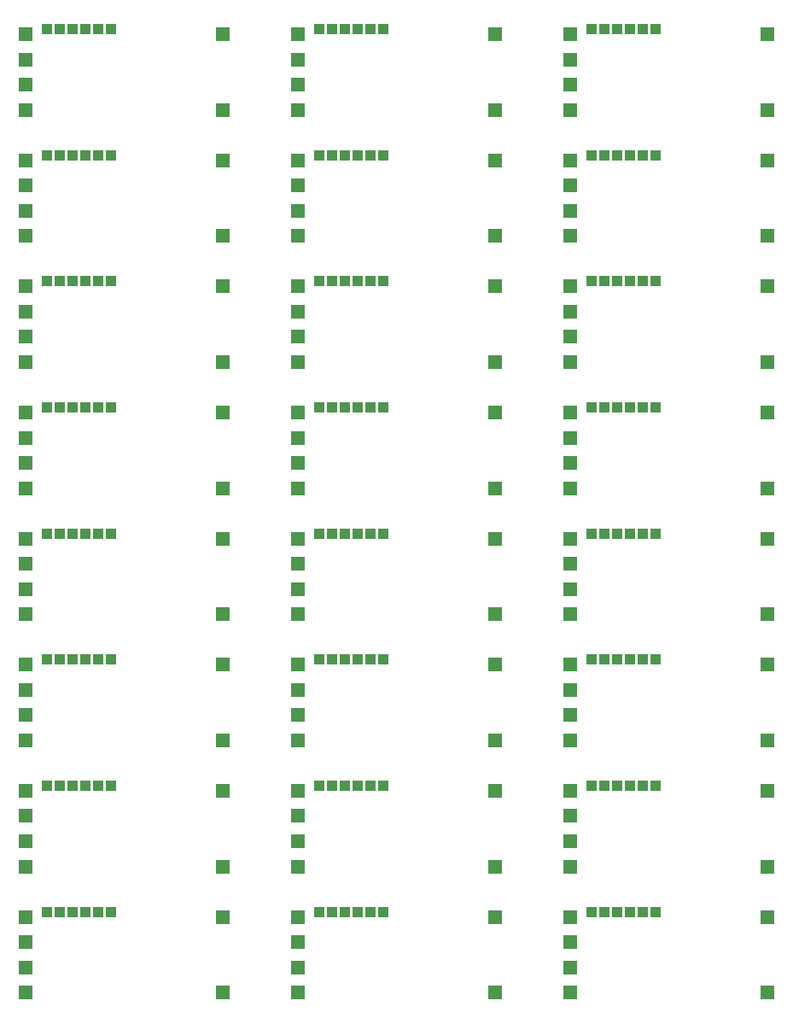
<source format=gbs>
%TF.GenerationSoftware,KiCad,Pcbnew,(5.1.6)-1*%
%TF.CreationDate,2020-09-22T23:51:07+09:00*%
%TF.ProjectId,motordecoder_simple2_rev2_panelize,6d6f746f-7264-4656-936f-6465725f7369,rev?*%
%TF.SameCoordinates,PX459e440PY38444c0*%
%TF.FileFunction,Soldermask,Bot*%
%TF.FilePolarity,Negative*%
%FSLAX46Y46*%
G04 Gerber Fmt 4.6, Leading zero omitted, Abs format (unit mm)*
G04 Created by KiCad (PCBNEW (5.1.6)-1) date 2020-09-22 23:51:07*
%MOMM*%
%LPD*%
G01*
G04 APERTURE LIST*
%ADD10R,1.400000X1.400000*%
%ADD11R,1.050000X1.050000*%
G04 APERTURE END LIST*
D10*
%TO.C,P3*%
X80750000Y-88750000D03*
%TD*%
%TO.C,P3*%
X53750000Y-88750000D03*
%TD*%
%TO.C,P3*%
X26750000Y-88750000D03*
%TD*%
%TO.C,P3*%
X80750000Y-76250000D03*
%TD*%
%TO.C,P3*%
X53750000Y-76250000D03*
%TD*%
%TO.C,P3*%
X26750000Y-76250000D03*
%TD*%
%TO.C,P3*%
X80750000Y-63750000D03*
%TD*%
%TO.C,P3*%
X53750000Y-63750000D03*
%TD*%
%TO.C,P3*%
X26750000Y-63750000D03*
%TD*%
%TO.C,P3*%
X80750000Y-51250000D03*
%TD*%
%TO.C,P3*%
X53750000Y-51250000D03*
%TD*%
%TO.C,P3*%
X26750000Y-51250000D03*
%TD*%
%TO.C,P3*%
X80750000Y-38750000D03*
%TD*%
%TO.C,P3*%
X53750000Y-38750000D03*
%TD*%
%TO.C,P3*%
X26750000Y-38750000D03*
%TD*%
%TO.C,P3*%
X80750000Y-26250000D03*
%TD*%
%TO.C,P3*%
X53750000Y-26250000D03*
%TD*%
%TO.C,P3*%
X26750000Y-26250000D03*
%TD*%
%TO.C,P3*%
X80750000Y-13750000D03*
%TD*%
%TO.C,P3*%
X53750000Y-13750000D03*
%TD*%
%TO.C,P3*%
X26750000Y-13750000D03*
%TD*%
%TO.C,P3*%
X80750000Y-1250000D03*
%TD*%
%TO.C,P3*%
X53750000Y-1250000D03*
%TD*%
%TO.C,P6*%
X61250000Y-88750000D03*
%TD*%
%TO.C,P6*%
X34250000Y-88750000D03*
%TD*%
%TO.C,P6*%
X7250000Y-88750000D03*
%TD*%
%TO.C,P6*%
X61250000Y-76250000D03*
%TD*%
%TO.C,P6*%
X34250000Y-76250000D03*
%TD*%
%TO.C,P6*%
X7250000Y-76250000D03*
%TD*%
%TO.C,P6*%
X61250000Y-63750000D03*
%TD*%
%TO.C,P6*%
X34250000Y-63750000D03*
%TD*%
%TO.C,P6*%
X7250000Y-63750000D03*
%TD*%
%TO.C,P6*%
X61250000Y-51250000D03*
%TD*%
%TO.C,P6*%
X34250000Y-51250000D03*
%TD*%
%TO.C,P6*%
X7250000Y-51250000D03*
%TD*%
%TO.C,P6*%
X61250000Y-38750000D03*
%TD*%
%TO.C,P6*%
X34250000Y-38750000D03*
%TD*%
%TO.C,P6*%
X7250000Y-38750000D03*
%TD*%
%TO.C,P6*%
X61250000Y-26250000D03*
%TD*%
%TO.C,P6*%
X34250000Y-26250000D03*
%TD*%
%TO.C,P6*%
X7250000Y-26250000D03*
%TD*%
%TO.C,P6*%
X61250000Y-13750000D03*
%TD*%
%TO.C,P6*%
X34250000Y-13750000D03*
%TD*%
%TO.C,P6*%
X7250000Y-13750000D03*
%TD*%
%TO.C,P6*%
X61250000Y-1250000D03*
%TD*%
%TO.C,P6*%
X34250000Y-1250000D03*
%TD*%
%TO.C,P4*%
X80750000Y-96250000D03*
%TD*%
%TO.C,P4*%
X53750000Y-96250000D03*
%TD*%
%TO.C,P4*%
X26750000Y-96250000D03*
%TD*%
%TO.C,P4*%
X80750000Y-83750000D03*
%TD*%
%TO.C,P4*%
X53750000Y-83750000D03*
%TD*%
%TO.C,P4*%
X26750000Y-83750000D03*
%TD*%
%TO.C,P4*%
X80750000Y-71250000D03*
%TD*%
%TO.C,P4*%
X53750000Y-71250000D03*
%TD*%
%TO.C,P4*%
X26750000Y-71250000D03*
%TD*%
%TO.C,P4*%
X80750000Y-58750000D03*
%TD*%
%TO.C,P4*%
X53750000Y-58750000D03*
%TD*%
%TO.C,P4*%
X26750000Y-58750000D03*
%TD*%
%TO.C,P4*%
X80750000Y-46250000D03*
%TD*%
%TO.C,P4*%
X53750000Y-46250000D03*
%TD*%
%TO.C,P4*%
X26750000Y-46250000D03*
%TD*%
%TO.C,P4*%
X80750000Y-33750000D03*
%TD*%
%TO.C,P4*%
X53750000Y-33750000D03*
%TD*%
%TO.C,P4*%
X26750000Y-33750000D03*
%TD*%
%TO.C,P4*%
X80750000Y-21250000D03*
%TD*%
%TO.C,P4*%
X53750000Y-21250000D03*
%TD*%
%TO.C,P4*%
X26750000Y-21250000D03*
%TD*%
%TO.C,P4*%
X80750000Y-8750000D03*
%TD*%
%TO.C,P4*%
X53750000Y-8750000D03*
%TD*%
%TO.C,P5*%
X61250000Y-96250000D03*
%TD*%
%TO.C,P5*%
X34250000Y-96250000D03*
%TD*%
%TO.C,P5*%
X7250000Y-96250000D03*
%TD*%
%TO.C,P5*%
X61250000Y-83750000D03*
%TD*%
%TO.C,P5*%
X34250000Y-83750000D03*
%TD*%
%TO.C,P5*%
X7250000Y-83750000D03*
%TD*%
%TO.C,P5*%
X61250000Y-71250000D03*
%TD*%
%TO.C,P5*%
X34250000Y-71250000D03*
%TD*%
%TO.C,P5*%
X7250000Y-71250000D03*
%TD*%
%TO.C,P5*%
X61250000Y-58750000D03*
%TD*%
%TO.C,P5*%
X34250000Y-58750000D03*
%TD*%
%TO.C,P5*%
X7250000Y-58750000D03*
%TD*%
%TO.C,P5*%
X61250000Y-46250000D03*
%TD*%
%TO.C,P5*%
X34250000Y-46250000D03*
%TD*%
%TO.C,P5*%
X7250000Y-46250000D03*
%TD*%
%TO.C,P5*%
X61250000Y-33750000D03*
%TD*%
%TO.C,P5*%
X34250000Y-33750000D03*
%TD*%
%TO.C,P5*%
X7250000Y-33750000D03*
%TD*%
%TO.C,P5*%
X61250000Y-21250000D03*
%TD*%
%TO.C,P5*%
X34250000Y-21250000D03*
%TD*%
%TO.C,P5*%
X7250000Y-21250000D03*
%TD*%
%TO.C,P5*%
X61250000Y-8750000D03*
%TD*%
%TO.C,P5*%
X34250000Y-8750000D03*
%TD*%
%TO.C,P1*%
X61250000Y-91250000D03*
%TD*%
%TO.C,P1*%
X34250000Y-91250000D03*
%TD*%
%TO.C,P1*%
X7250000Y-91250000D03*
%TD*%
%TO.C,P1*%
X61250000Y-78750000D03*
%TD*%
%TO.C,P1*%
X34250000Y-78750000D03*
%TD*%
%TO.C,P1*%
X7250000Y-78750000D03*
%TD*%
%TO.C,P1*%
X61250000Y-66250000D03*
%TD*%
%TO.C,P1*%
X34250000Y-66250000D03*
%TD*%
%TO.C,P1*%
X7250000Y-66250000D03*
%TD*%
%TO.C,P1*%
X61250000Y-53750000D03*
%TD*%
%TO.C,P1*%
X34250000Y-53750000D03*
%TD*%
%TO.C,P1*%
X7250000Y-53750000D03*
%TD*%
%TO.C,P1*%
X61250000Y-41250000D03*
%TD*%
%TO.C,P1*%
X34250000Y-41250000D03*
%TD*%
%TO.C,P1*%
X7250000Y-41250000D03*
%TD*%
%TO.C,P1*%
X61250000Y-28750000D03*
%TD*%
%TO.C,P1*%
X34250000Y-28750000D03*
%TD*%
%TO.C,P1*%
X7250000Y-28750000D03*
%TD*%
%TO.C,P1*%
X61250000Y-16250000D03*
%TD*%
%TO.C,P1*%
X34250000Y-16250000D03*
%TD*%
%TO.C,P1*%
X7250000Y-16250000D03*
%TD*%
%TO.C,P1*%
X61250000Y-3750000D03*
%TD*%
%TO.C,P1*%
X34250000Y-3750000D03*
%TD*%
D11*
%TO.C,P9*%
X63325000Y-88250000D03*
X64595000Y-88250000D03*
X65865000Y-88250000D03*
X67135000Y-88250000D03*
X68405000Y-88250000D03*
X69675000Y-88250000D03*
%TD*%
%TO.C,P9*%
X36325000Y-88250000D03*
X37595000Y-88250000D03*
X38865000Y-88250000D03*
X40135000Y-88250000D03*
X41405000Y-88250000D03*
X42675000Y-88250000D03*
%TD*%
%TO.C,P9*%
X9325000Y-88250000D03*
X10595000Y-88250000D03*
X11865000Y-88250000D03*
X13135000Y-88250000D03*
X14405000Y-88250000D03*
X15675000Y-88250000D03*
%TD*%
%TO.C,P9*%
X63325000Y-75750000D03*
X64595000Y-75750000D03*
X65865000Y-75750000D03*
X67135000Y-75750000D03*
X68405000Y-75750000D03*
X69675000Y-75750000D03*
%TD*%
%TO.C,P9*%
X36325000Y-75750000D03*
X37595000Y-75750000D03*
X38865000Y-75750000D03*
X40135000Y-75750000D03*
X41405000Y-75750000D03*
X42675000Y-75750000D03*
%TD*%
%TO.C,P9*%
X9325000Y-75750000D03*
X10595000Y-75750000D03*
X11865000Y-75750000D03*
X13135000Y-75750000D03*
X14405000Y-75750000D03*
X15675000Y-75750000D03*
%TD*%
%TO.C,P9*%
X63325000Y-63250000D03*
X64595000Y-63250000D03*
X65865000Y-63250000D03*
X67135000Y-63250000D03*
X68405000Y-63250000D03*
X69675000Y-63250000D03*
%TD*%
%TO.C,P9*%
X36325000Y-63250000D03*
X37595000Y-63250000D03*
X38865000Y-63250000D03*
X40135000Y-63250000D03*
X41405000Y-63250000D03*
X42675000Y-63250000D03*
%TD*%
%TO.C,P9*%
X9325000Y-63250000D03*
X10595000Y-63250000D03*
X11865000Y-63250000D03*
X13135000Y-63250000D03*
X14405000Y-63250000D03*
X15675000Y-63250000D03*
%TD*%
%TO.C,P9*%
X63325000Y-50750000D03*
X64595000Y-50750000D03*
X65865000Y-50750000D03*
X67135000Y-50750000D03*
X68405000Y-50750000D03*
X69675000Y-50750000D03*
%TD*%
%TO.C,P9*%
X36325000Y-50750000D03*
X37595000Y-50750000D03*
X38865000Y-50750000D03*
X40135000Y-50750000D03*
X41405000Y-50750000D03*
X42675000Y-50750000D03*
%TD*%
%TO.C,P9*%
X9325000Y-50750000D03*
X10595000Y-50750000D03*
X11865000Y-50750000D03*
X13135000Y-50750000D03*
X14405000Y-50750000D03*
X15675000Y-50750000D03*
%TD*%
%TO.C,P9*%
X63325000Y-38250000D03*
X64595000Y-38250000D03*
X65865000Y-38250000D03*
X67135000Y-38250000D03*
X68405000Y-38250000D03*
X69675000Y-38250000D03*
%TD*%
%TO.C,P9*%
X36325000Y-38250000D03*
X37595000Y-38250000D03*
X38865000Y-38250000D03*
X40135000Y-38250000D03*
X41405000Y-38250000D03*
X42675000Y-38250000D03*
%TD*%
%TO.C,P9*%
X9325000Y-38250000D03*
X10595000Y-38250000D03*
X11865000Y-38250000D03*
X13135000Y-38250000D03*
X14405000Y-38250000D03*
X15675000Y-38250000D03*
%TD*%
%TO.C,P9*%
X63325000Y-25750000D03*
X64595000Y-25750000D03*
X65865000Y-25750000D03*
X67135000Y-25750000D03*
X68405000Y-25750000D03*
X69675000Y-25750000D03*
%TD*%
%TO.C,P9*%
X36325000Y-25750000D03*
X37595000Y-25750000D03*
X38865000Y-25750000D03*
X40135000Y-25750000D03*
X41405000Y-25750000D03*
X42675000Y-25750000D03*
%TD*%
%TO.C,P9*%
X9325000Y-25750000D03*
X10595000Y-25750000D03*
X11865000Y-25750000D03*
X13135000Y-25750000D03*
X14405000Y-25750000D03*
X15675000Y-25750000D03*
%TD*%
%TO.C,P9*%
X63325000Y-13250000D03*
X64595000Y-13250000D03*
X65865000Y-13250000D03*
X67135000Y-13250000D03*
X68405000Y-13250000D03*
X69675000Y-13250000D03*
%TD*%
%TO.C,P9*%
X36325000Y-13250000D03*
X37595000Y-13250000D03*
X38865000Y-13250000D03*
X40135000Y-13250000D03*
X41405000Y-13250000D03*
X42675000Y-13250000D03*
%TD*%
%TO.C,P9*%
X9325000Y-13250000D03*
X10595000Y-13250000D03*
X11865000Y-13250000D03*
X13135000Y-13250000D03*
X14405000Y-13250000D03*
X15675000Y-13250000D03*
%TD*%
%TO.C,P9*%
X63325000Y-750000D03*
X64595000Y-750000D03*
X65865000Y-750000D03*
X67135000Y-750000D03*
X68405000Y-750000D03*
X69675000Y-750000D03*
%TD*%
%TO.C,P9*%
X36325000Y-750000D03*
X37595000Y-750000D03*
X38865000Y-750000D03*
X40135000Y-750000D03*
X41405000Y-750000D03*
X42675000Y-750000D03*
%TD*%
D10*
%TO.C,P2*%
X61250000Y-93750000D03*
%TD*%
%TO.C,P2*%
X34250000Y-93750000D03*
%TD*%
%TO.C,P2*%
X7250000Y-93750000D03*
%TD*%
%TO.C,P2*%
X61250000Y-81250000D03*
%TD*%
%TO.C,P2*%
X34250000Y-81250000D03*
%TD*%
%TO.C,P2*%
X7250000Y-81250000D03*
%TD*%
%TO.C,P2*%
X61250000Y-68750000D03*
%TD*%
%TO.C,P2*%
X34250000Y-68750000D03*
%TD*%
%TO.C,P2*%
X7250000Y-68750000D03*
%TD*%
%TO.C,P2*%
X61250000Y-56250000D03*
%TD*%
%TO.C,P2*%
X34250000Y-56250000D03*
%TD*%
%TO.C,P2*%
X7250000Y-56250000D03*
%TD*%
%TO.C,P2*%
X61250000Y-43750000D03*
%TD*%
%TO.C,P2*%
X34250000Y-43750000D03*
%TD*%
%TO.C,P2*%
X7250000Y-43750000D03*
%TD*%
%TO.C,P2*%
X61250000Y-31250000D03*
%TD*%
%TO.C,P2*%
X34250000Y-31250000D03*
%TD*%
%TO.C,P2*%
X7250000Y-31250000D03*
%TD*%
%TO.C,P2*%
X61250000Y-18750000D03*
%TD*%
%TO.C,P2*%
X34250000Y-18750000D03*
%TD*%
%TO.C,P2*%
X7250000Y-18750000D03*
%TD*%
%TO.C,P2*%
X61250000Y-6250000D03*
%TD*%
%TO.C,P2*%
X34250000Y-6250000D03*
%TD*%
%TO.C,P1*%
X7250000Y-3750000D03*
%TD*%
%TO.C,P2*%
X7250000Y-6250000D03*
%TD*%
%TO.C,P3*%
X26750000Y-1250000D03*
%TD*%
%TO.C,P4*%
X26750000Y-8750000D03*
%TD*%
%TO.C,P5*%
X7250000Y-8750000D03*
%TD*%
%TO.C,P6*%
X7250000Y-1250000D03*
%TD*%
D11*
%TO.C,P9*%
X15675000Y-750000D03*
X14405000Y-750000D03*
X13135000Y-750000D03*
X11865000Y-750000D03*
X10595000Y-750000D03*
X9325000Y-750000D03*
%TD*%
M02*

</source>
